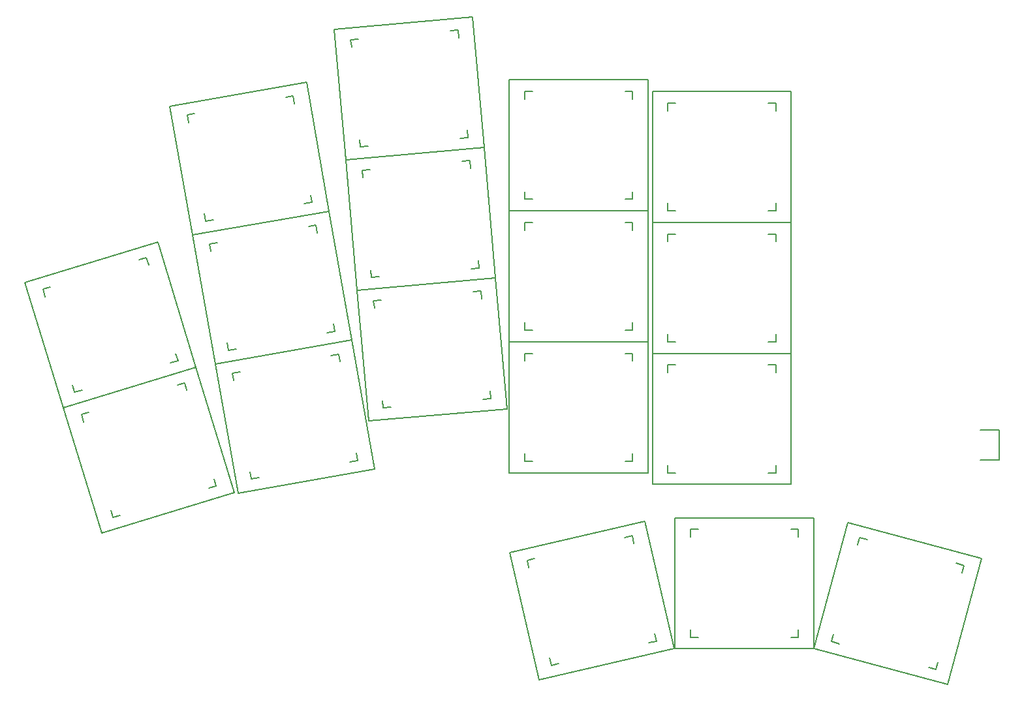
<source format=gbr>
%TF.GenerationSoftware,KiCad,Pcbnew,(6.0.4)*%
%TF.CreationDate,2022-05-26T21:53:47+02:00*%
%TF.ProjectId,batta,62617474-612e-46b6-9963-61645f706362,v1.0.0*%
%TF.SameCoordinates,Original*%
%TF.FileFunction,OtherDrawing,Comment*%
%FSLAX46Y46*%
G04 Gerber Fmt 4.6, Leading zero omitted, Abs format (unit mm)*
G04 Created by KiCad (PCBNEW (6.0.4)) date 2022-05-26 21:53:47*
%MOMM*%
%LPD*%
G01*
G04 APERTURE LIST*
%ADD10C,0.150000*%
G04 APERTURE END LIST*
D10*
%TO.C,T1*%
X169966000Y65832000D02*
X167466000Y65832000D01*
X167466000Y69732000D02*
X169966000Y69732000D01*
X169966000Y69732000D02*
X169966000Y65832000D01*
%TO.C,S11*%
X67022321Y96843638D02*
X66848673Y97828446D01*
X65313178Y95019131D02*
X62361159Y111760862D01*
X80635981Y100259521D02*
X80809630Y99274713D01*
X78378555Y113062022D02*
X78552203Y112077214D01*
X65576054Y110804595D02*
X64591246Y110630947D01*
X78378555Y113062022D02*
X77393747Y112888373D01*
X62361159Y111760861D02*
X80087697Y114886529D01*
X67022322Y96843638D02*
X66848673Y97828446D01*
X64764895Y109646138D02*
X64591247Y110630946D01*
X79824822Y99101065D02*
X80809630Y99274713D01*
X78378554Y113062021D02*
X78552203Y112077213D01*
X67022322Y96843638D02*
X68007129Y97017286D01*
X83039717Y98144798D02*
X65313179Y95019130D01*
X80635982Y100259520D02*
X80809630Y99274713D01*
X65576055Y110804593D02*
X64591247Y110630946D01*
X78378554Y113062021D02*
X77393747Y112888372D01*
X79824822Y99101065D02*
X80809630Y99274713D01*
X62361159Y111760862D02*
X80087698Y114886529D01*
X80087698Y114886529D02*
X83039717Y98144798D01*
X64764895Y109646139D02*
X64591246Y110630947D01*
X67022321Y96843638D02*
X68007129Y97017287D01*
X80087697Y114886529D02*
X83039717Y98144798D01*
X65313179Y95019130D02*
X62361159Y111760861D01*
X83039717Y98144798D02*
X65313178Y95019131D01*
%TO.C,S15*%
X103130061Y106366224D02*
X104611709Y89430914D01*
X88541860Y89530714D02*
X89538055Y89617870D01*
X85198557Y104797420D02*
X103130061Y106366224D01*
X101268405Y104697620D02*
X100272211Y104610463D01*
X88541860Y89530714D02*
X88454705Y90526909D01*
X88541861Y89530713D02*
X88454705Y90526909D01*
X88317875Y103564593D02*
X87321680Y103477439D01*
X104611709Y89430914D02*
X86680205Y87862110D01*
X103130060Y106366224D02*
X104611709Y89430914D01*
X85198557Y104797419D02*
X103130060Y106366224D01*
X87408836Y102481244D02*
X87321680Y103477439D01*
X87408836Y102481245D02*
X87321680Y103477440D01*
X88541861Y89530713D02*
X89538055Y89617869D01*
X101268406Y104697620D02*
X101355561Y103701425D01*
X86680206Y87862109D02*
X85198557Y104797419D01*
X101492391Y90663739D02*
X102488586Y90750894D01*
X86680205Y87862110D02*
X85198557Y104797420D01*
X102401430Y91747088D02*
X102488586Y90750894D01*
X101492391Y90663739D02*
X102488586Y90750894D01*
X101268406Y104697620D02*
X100272211Y104610464D01*
X101268405Y104697620D02*
X101355562Y103701424D01*
X88317875Y103564595D02*
X87321680Y103477440D01*
X104611709Y89430914D02*
X86680206Y87862109D01*
X102401430Y91747089D02*
X102488586Y90750894D01*
%TO.C,S21*%
X108411088Y82686016D02*
X108411087Y83686017D01*
X124411087Y81186017D02*
X106411088Y81186016D01*
X122411087Y96686017D02*
X121411087Y96686017D01*
X109411087Y96686017D02*
X108411087Y96686017D01*
X122411087Y83686016D02*
X122411087Y82686017D01*
X124411087Y98186017D02*
X124411087Y81186017D01*
X106411088Y81186016D02*
X106411087Y98186016D01*
X106411087Y98186016D02*
X124411086Y98186017D01*
X122411087Y96686017D02*
X122411087Y95686017D01*
X108411087Y82686017D02*
X108411087Y83686017D01*
X122411086Y96686017D02*
X121411087Y96686016D01*
X124411087Y81186017D02*
X106411087Y81186017D01*
X108411088Y82686016D02*
X109411087Y82686016D01*
X108411087Y82686017D02*
X109411087Y82686017D01*
X124411086Y98186017D02*
X124411087Y81186017D01*
X121411087Y82686017D02*
X122411087Y82686017D01*
X109411087Y96686015D02*
X108411087Y96686016D01*
X108411087Y95686016D02*
X108411087Y96686016D01*
X106411087Y98186017D02*
X124411087Y98186017D01*
X122411086Y96686017D02*
X122411087Y95686016D01*
X121411087Y82686017D02*
X122411087Y82686017D01*
X108411087Y95686017D02*
X108411087Y96686017D01*
X122411087Y83686017D02*
X122411087Y82686017D01*
X106411087Y81186017D02*
X106411087Y98186017D01*
%TO.C,S29*%
X126985000Y98178000D02*
X127985000Y98178000D01*
X124985000Y113677999D02*
X142984999Y113678000D01*
X140985000Y99178000D02*
X140985000Y98178000D01*
X140985000Y112178000D02*
X139985000Y112178000D01*
X142984999Y113678000D02*
X142985000Y96678000D01*
X142985000Y96678000D02*
X124985000Y96678000D01*
X140984999Y112178000D02*
X140985000Y111177999D01*
X142985000Y96678000D02*
X124985001Y96677999D01*
X126985001Y98177999D02*
X126985000Y99178000D01*
X124985000Y113678000D02*
X142985000Y113678000D01*
X124985000Y96678000D02*
X124985000Y113678000D01*
X126985001Y98177999D02*
X127985000Y98177999D01*
X139985000Y98178000D02*
X140985000Y98178000D01*
X140984999Y112178000D02*
X139985000Y112177999D01*
X142985000Y113678000D02*
X142985000Y96678000D01*
X126985000Y111178000D02*
X126985000Y112178000D01*
X124985001Y96677999D02*
X124985000Y113677999D01*
X140985000Y112178000D02*
X140985000Y111178000D01*
X126985000Y98178000D02*
X126985000Y99178000D01*
X127985000Y112178000D02*
X126985000Y112178000D01*
X127985000Y112177998D02*
X126985000Y112177999D01*
X140985000Y99177999D02*
X140985000Y98178000D01*
X139985000Y98178000D02*
X140985000Y98178000D01*
X126985000Y111177999D02*
X126985000Y112177999D01*
%TO.C,S33*%
X162007860Y39615710D02*
X161749040Y38649784D01*
X145905999Y41341999D02*
X150305922Y57762738D01*
X152815471Y55537393D02*
X151849546Y55796212D01*
X148226080Y42273249D02*
X148484898Y43239176D01*
X165372507Y52172745D02*
X164406581Y52431565D01*
X165372506Y52172746D02*
X164406581Y52431564D01*
X163292664Y36683257D02*
X145905999Y41341999D01*
X150305922Y57762738D02*
X167692586Y53103996D01*
X148226079Y42273251D02*
X149192005Y42014431D01*
X160783115Y38908603D02*
X161749040Y38649784D01*
X165372507Y52172745D02*
X165113688Y51206820D01*
X162007859Y39615709D02*
X161749040Y38649784D01*
X151590726Y54830286D02*
X151849546Y55796212D01*
X152815471Y55537391D02*
X151849545Y55796211D01*
X165372506Y52172746D02*
X165113688Y51206819D01*
X167692587Y53103996D02*
X163292664Y36683257D01*
X163292664Y36683257D02*
X145905999Y41342000D01*
X151590726Y54830285D02*
X151849545Y55796211D01*
X167692586Y53103996D02*
X163292664Y36683257D01*
X160783115Y38908603D02*
X161749040Y38649784D01*
X148226079Y42273251D02*
X148484898Y43239176D01*
X150305922Y57762739D02*
X167692587Y53103996D01*
X148226080Y42273249D02*
X149192004Y42014431D01*
X145905999Y41342000D02*
X150305922Y57762739D01*
%TO.C,S7*%
X85991735Y81403065D02*
X88943755Y64661334D01*
X72926359Y63360174D02*
X72752711Y64344982D01*
X68265197Y78277397D02*
X85991735Y81403065D01*
X71217217Y61535666D02*
X68265197Y78277397D01*
X85991736Y81403065D02*
X88943755Y64661334D01*
X84282593Y79578558D02*
X84456241Y78593750D01*
X70668933Y76162674D02*
X70495285Y77147482D01*
X68265197Y78277398D02*
X85991736Y81403065D01*
X84282593Y79578558D02*
X83297785Y79404909D01*
X85728860Y65617601D02*
X86713668Y65791249D01*
X72926360Y63360174D02*
X72752711Y64344982D01*
X70668933Y76162675D02*
X70495284Y77147483D01*
X86540020Y66776056D02*
X86713668Y65791249D01*
X85728860Y65617601D02*
X86713668Y65791249D01*
X71480092Y77321131D02*
X70495284Y77147483D01*
X71480093Y77321129D02*
X70495285Y77147482D01*
X84282592Y79578557D02*
X83297785Y79404908D01*
X86540019Y66776057D02*
X86713668Y65791249D01*
X71217216Y61535667D02*
X68265197Y78277398D01*
X88943755Y64661334D02*
X71217216Y61535667D01*
X88943755Y64661334D02*
X71217217Y61535666D01*
X84282592Y79578557D02*
X84456241Y78593749D01*
X72926359Y63360174D02*
X73911167Y63533823D01*
X72926360Y63360174D02*
X73911167Y63533822D01*
%TO.C,T2*%
X169966000Y65832000D02*
X167466000Y65832000D01*
X169966000Y69732000D02*
X169966000Y65832000D01*
X167466000Y69732000D02*
X169966000Y69732000D01*
%TO.C,S1*%
X111860166Y39201970D02*
X111635214Y40176341D01*
X111860166Y39201970D02*
X112834535Y39426921D01*
X127787513Y41339633D02*
X110248853Y37290513D01*
X111860165Y39201971D02*
X111635214Y40176341D01*
X109685220Y53068103D02*
X108710850Y52843152D01*
X123963344Y57903924D02*
X127787513Y41339633D01*
X124526976Y42126335D02*
X125501346Y42351286D01*
X110248851Y37290514D02*
X106424683Y53854805D01*
X122352031Y55992467D02*
X121377661Y55767516D01*
X125276395Y43325655D02*
X125501346Y42351286D01*
X108935801Y51868782D02*
X108710850Y52843152D01*
X106424684Y53854804D02*
X123963344Y57903924D01*
X110248853Y37290513D02*
X106424684Y53854804D01*
X125276395Y43325656D02*
X125501346Y42351286D01*
X124526976Y42126335D02*
X125501346Y42351286D01*
X106424683Y53854805D02*
X123963345Y57903924D01*
X109685221Y53068101D02*
X108710850Y52843151D01*
X108935801Y51868781D02*
X108710850Y52843151D01*
X122352031Y55992467D02*
X122576982Y55018097D01*
X123963345Y57903924D02*
X127787513Y41339633D01*
X122352030Y55992467D02*
X121377661Y55767515D01*
X127787513Y41339633D02*
X110248851Y37290514D01*
X111860165Y39201971D02*
X112834535Y39426922D01*
X122352030Y55992467D02*
X122576982Y55018096D01*
%TO.C,S5*%
X43571104Y88863441D02*
X60784588Y94126132D01*
X65754908Y77868952D02*
X48541423Y72606261D01*
X59310537Y92106932D02*
X58354233Y91814561D01*
X59310536Y92106932D02*
X58354233Y91814560D01*
X62447436Y78426294D02*
X63403741Y78718666D01*
X63111370Y79674970D02*
X63403741Y78718666D01*
X46214643Y87057423D02*
X45922271Y88013727D01*
X50015476Y74625461D02*
X49723103Y75581767D01*
X48541424Y72606261D02*
X43571104Y88863441D01*
X62447436Y78426294D02*
X63403741Y78718666D01*
X59310537Y92106932D02*
X59602909Y91150627D01*
X46878576Y88306098D02*
X45922271Y88013727D01*
X50015475Y74625462D02*
X49723103Y75581767D01*
X63111370Y79674969D02*
X63403741Y78718666D01*
X59310536Y92106932D02*
X59602909Y91150627D01*
X50015476Y74625461D02*
X50971780Y74917833D01*
X60784588Y94126132D02*
X65754908Y77868952D01*
X43571104Y88863442D02*
X60784589Y94126133D01*
X48541423Y72606261D02*
X43571104Y88863442D01*
X65754908Y77868952D02*
X48541424Y72606261D01*
X46878576Y88306100D02*
X45922271Y88013728D01*
X46214642Y87057424D02*
X45922271Y88013728D01*
X50015475Y74625462D02*
X50971779Y74917833D01*
X60784589Y94126133D02*
X65754908Y77868952D01*
%TO.C,S27*%
X124985000Y96677999D02*
X142984999Y96678000D01*
X142985000Y79678000D02*
X124985000Y79678000D01*
X139985000Y81178000D02*
X140985000Y81178000D01*
X142985000Y79678000D02*
X124985001Y79677999D01*
X126985000Y94177999D02*
X126985000Y95177999D01*
X140985000Y82177999D02*
X140985000Y81178000D01*
X127985000Y95177998D02*
X126985000Y95177999D01*
X140985000Y95178000D02*
X139985000Y95178000D01*
X126985000Y94178000D02*
X126985000Y95178000D01*
X140984999Y95178000D02*
X140985000Y94177999D01*
X140985000Y82178000D02*
X140985000Y81178000D01*
X142984999Y96678000D02*
X142985000Y79678000D01*
X126985000Y81178000D02*
X127985000Y81178000D01*
X139985000Y81178000D02*
X140985000Y81178000D01*
X124985000Y96678000D02*
X142985000Y96678000D01*
X127985000Y95178000D02*
X126985000Y95178000D01*
X140984999Y95178000D02*
X139985000Y95177999D01*
X124985001Y79677999D02*
X124985000Y96677999D01*
X126985001Y81177999D02*
X126985000Y82178000D01*
X142985000Y96678000D02*
X142985000Y79678000D01*
X126985000Y81178000D02*
X126985000Y82178000D01*
X124985000Y79678000D02*
X124985000Y96678000D01*
X140985000Y95178000D02*
X140985000Y94178000D01*
X126985001Y81177999D02*
X127985000Y81177999D01*
%TO.C,S9*%
X81330574Y96320290D02*
X80345766Y96146641D01*
X65313178Y95019129D02*
X83039716Y98144797D01*
X68528073Y94062863D02*
X67543265Y93889215D01*
X82776841Y82359333D02*
X83761649Y82532981D01*
X83039717Y98144797D02*
X85991736Y81403066D01*
X65313178Y95019130D02*
X83039717Y98144797D01*
X67716914Y92904406D02*
X67543266Y93889214D01*
X83039716Y98144797D02*
X85991736Y81403066D01*
X81330573Y96320289D02*
X81504222Y95335481D01*
X81330573Y96320289D02*
X80345766Y96146640D01*
X69974340Y80101906D02*
X69800692Y81086714D01*
X69974340Y80101906D02*
X70959148Y80275555D01*
X67716914Y92904407D02*
X67543265Y93889215D01*
X81330574Y96320290D02*
X81504222Y95335482D01*
X69974341Y80101906D02*
X69800692Y81086714D01*
X82776841Y82359333D02*
X83761649Y82532981D01*
X83588000Y83517789D02*
X83761649Y82532981D01*
X69974341Y80101906D02*
X70959148Y80275554D01*
X68265198Y78277398D02*
X65313178Y95019129D01*
X85991736Y81403066D02*
X68265197Y78277399D01*
X68528074Y94062861D02*
X67543266Y93889214D01*
X85991736Y81403066D02*
X68265198Y78277398D01*
X68265197Y78277399D02*
X65313178Y95019130D01*
X83588001Y83517788D02*
X83761649Y82532981D01*
%TO.C,S13*%
X90023508Y72595404D02*
X89936353Y73591599D01*
X104611709Y89430914D02*
X106093357Y72495604D01*
X102974039Y73728429D02*
X103970234Y73815584D01*
X88161853Y70926800D02*
X86680205Y87862110D01*
X90023508Y72595404D02*
X91019703Y72682560D01*
X88890484Y85545934D02*
X88803328Y86542129D01*
X88890484Y85545935D02*
X88803328Y86542130D01*
X89799523Y86629283D02*
X88803328Y86542129D01*
X102750053Y87762310D02*
X102837210Y86766114D01*
X103883078Y74811779D02*
X103970234Y73815584D01*
X88161854Y70926799D02*
X86680205Y87862109D01*
X86680205Y87862109D02*
X104611708Y89430914D01*
X89799523Y86629285D02*
X88803328Y86542130D01*
X106093357Y72495604D02*
X88161853Y70926800D01*
X102750053Y87762310D02*
X101753859Y87675153D01*
X102750054Y87762310D02*
X101753859Y87675154D01*
X103883078Y74811778D02*
X103970234Y73815584D01*
X86680205Y87862110D02*
X104611709Y89430914D01*
X102750054Y87762310D02*
X102837209Y86766115D01*
X104611708Y89430914D02*
X106093357Y72495604D01*
X106093357Y72495604D02*
X88161854Y70926799D01*
X90023509Y72595403D02*
X89936353Y73591599D01*
X90023509Y72595403D02*
X91019703Y72682559D01*
X102974039Y73728429D02*
X103970234Y73815584D01*
%TO.C,S17*%
X103130062Y106366224D02*
X85198558Y104797420D01*
X101648413Y123301534D02*
X103130062Y106366224D01*
X87060213Y106466024D02*
X86973058Y107462219D01*
X83716910Y121732730D02*
X101648414Y123301534D01*
X100919783Y108682399D02*
X101006939Y107686204D01*
X85927189Y119416554D02*
X85840033Y120412749D01*
X100010744Y107599049D02*
X101006939Y107686204D01*
X86836228Y120499903D02*
X85840033Y120412749D01*
X99786759Y121632930D02*
X99873914Y120636735D01*
X85198558Y104797420D02*
X83716910Y121732730D01*
X100919783Y108682398D02*
X101006939Y107686204D01*
X99786758Y121632930D02*
X98790564Y121545773D01*
X87060214Y106466023D02*
X86973058Y107462219D01*
X99786758Y121632930D02*
X99873915Y120636734D01*
X86836228Y120499905D02*
X85840033Y120412750D01*
X100010744Y107599049D02*
X101006939Y107686204D01*
X101648414Y123301534D02*
X103130062Y106366224D01*
X99786759Y121632930D02*
X98790564Y121545774D01*
X87060213Y106466024D02*
X88056408Y106553180D01*
X85927189Y119416555D02*
X85840033Y120412750D01*
X87060214Y106466023D02*
X88056408Y106553179D01*
X83716910Y121732729D02*
X101648413Y123301534D01*
X103130062Y106366224D02*
X85198559Y104797419D01*
X85198559Y104797419D02*
X83716910Y121732729D01*
%TO.C,S31*%
X145905998Y58342001D02*
X145905999Y41342001D01*
X129905999Y55842000D02*
X129905999Y56842000D01*
X143905999Y56842001D02*
X142905999Y56842001D01*
X127905999Y58342001D02*
X145905999Y58342001D01*
X143905999Y43842001D02*
X143905999Y42842001D01*
X127905999Y58342000D02*
X145905998Y58342001D01*
X143905998Y56842001D02*
X143905999Y55842000D01*
X145905999Y41342001D02*
X127906000Y41342000D01*
X129905999Y42842001D02*
X130905999Y42842001D01*
X130905999Y56842001D02*
X129905999Y56842001D01*
X142905999Y42842001D02*
X143905999Y42842001D01*
X130905999Y56841999D02*
X129905999Y56842000D01*
X127906000Y41342000D02*
X127905999Y58342000D01*
X145905999Y58342001D02*
X145905999Y41342001D01*
X129905999Y42842001D02*
X129905999Y43842001D01*
X143905999Y56842001D02*
X143905999Y55842001D01*
X142905999Y42842001D02*
X143905999Y42842001D01*
X143905999Y43842000D02*
X143905999Y42842001D01*
X129906000Y42842000D02*
X129905999Y43842001D01*
X143905998Y56842001D02*
X142905999Y56842000D01*
X127905999Y41342001D02*
X127905999Y58342001D01*
X145905999Y41342001D02*
X127905999Y41342001D01*
X129905999Y55842001D02*
X129905999Y56842001D01*
X129906000Y42842000D02*
X130905999Y42842000D01*
%TO.C,S3*%
X67417755Y62169113D02*
X68374060Y62461485D01*
X51184962Y70800242D02*
X50892590Y71756546D01*
X65754907Y77868951D02*
X70725227Y61611771D01*
X54985795Y58368280D02*
X54693422Y59324586D01*
X64280856Y75849751D02*
X63324552Y75557380D01*
X53511743Y56349080D02*
X48541423Y72606260D01*
X53511742Y56349080D02*
X48541423Y72606261D01*
X48541423Y72606260D02*
X65754907Y77868951D01*
X48541423Y72606261D02*
X65754908Y77868952D01*
X65754908Y77868952D02*
X70725227Y61611771D01*
X51848895Y72048917D02*
X50892590Y71756546D01*
X64280855Y75849751D02*
X63324552Y75557379D01*
X64280856Y75849751D02*
X64573228Y74893446D01*
X54985794Y58368281D02*
X55942098Y58660652D01*
X68081689Y63417789D02*
X68374060Y62461485D01*
X51184961Y70800243D02*
X50892590Y71756547D01*
X64280855Y75849751D02*
X64573228Y74893446D01*
X67417755Y62169113D02*
X68374060Y62461485D01*
X68081689Y63417788D02*
X68374060Y62461485D01*
X54985794Y58368281D02*
X54693422Y59324586D01*
X51848895Y72048919D02*
X50892590Y71756547D01*
X70725227Y61611771D02*
X53511742Y56349080D01*
X54985795Y58368280D02*
X55942099Y58660652D01*
X70725227Y61611771D02*
X53511743Y56349080D01*
%TO.C,S23*%
X108411087Y112686017D02*
X108411087Y113686017D01*
X106411087Y98186017D02*
X106411087Y115186017D01*
X124411087Y98186017D02*
X106411087Y98186017D01*
X124411086Y115186017D02*
X124411087Y98186017D01*
X122411087Y100686017D02*
X122411087Y99686017D01*
X122411087Y113686017D02*
X122411087Y112686017D01*
X124411087Y115186017D02*
X124411087Y98186017D01*
X108411088Y99686016D02*
X108411087Y100686017D01*
X108411087Y99686017D02*
X109411087Y99686017D01*
X121411087Y99686017D02*
X122411087Y99686017D01*
X122411087Y100686016D02*
X122411087Y99686017D01*
X108411088Y99686016D02*
X109411087Y99686016D01*
X109411087Y113686017D02*
X108411087Y113686017D01*
X124411087Y98186017D02*
X106411088Y98186016D01*
X108411087Y112686016D02*
X108411087Y113686016D01*
X122411087Y113686017D02*
X121411087Y113686017D01*
X106411088Y98186016D02*
X106411087Y115186016D01*
X106411087Y115186016D02*
X124411086Y115186017D01*
X121411087Y99686017D02*
X122411087Y99686017D01*
X106411087Y115186017D02*
X124411087Y115186017D01*
X122411086Y113686017D02*
X121411087Y113686016D01*
X109411087Y113686015D02*
X108411087Y113686016D01*
X122411086Y113686017D02*
X122411087Y112686016D01*
X108411087Y99686017D02*
X108411087Y100686017D01*
%TO.C,S25*%
X124985000Y79677999D02*
X142984999Y79678000D01*
X127985000Y78178000D02*
X126985000Y78178000D01*
X140984999Y78178000D02*
X139985000Y78177999D01*
X142985000Y79678000D02*
X142985000Y62678000D01*
X142985000Y62678000D02*
X124985001Y62677999D01*
X126985000Y77177999D02*
X126985000Y78177999D01*
X140984999Y78178000D02*
X140985000Y77177999D01*
X140985000Y78178000D02*
X139985000Y78178000D01*
X139985000Y64178000D02*
X140985000Y64178000D01*
X126985000Y77178000D02*
X126985000Y78178000D01*
X140985000Y65177999D02*
X140985000Y64178000D01*
X142984999Y79678000D02*
X142985000Y62678000D01*
X126985000Y64178000D02*
X127985000Y64178000D01*
X124985001Y62677999D02*
X124985000Y79677999D01*
X139985000Y64178000D02*
X140985000Y64178000D01*
X140985000Y78178000D02*
X140985000Y77178000D01*
X127985000Y78177998D02*
X126985000Y78177999D01*
X140985000Y65178000D02*
X140985000Y64178000D01*
X126985000Y64178000D02*
X126985000Y65178000D01*
X142985000Y62678000D02*
X124985000Y62678000D01*
X124985000Y79678000D02*
X142985000Y79678000D01*
X124985000Y62678000D02*
X124985000Y79678000D01*
X126985001Y64177999D02*
X127985000Y64177999D01*
X126985001Y64177999D02*
X126985000Y65178000D01*
%TO.C,S19*%
X108411087Y78686016D02*
X108411087Y79686016D01*
X124411087Y64186017D02*
X106411088Y64186016D01*
X122411087Y66686017D02*
X122411087Y65686017D01*
X122411087Y79686017D02*
X121411087Y79686017D01*
X106411087Y81186017D02*
X124411087Y81186017D01*
X108411088Y65686016D02*
X108411087Y66686017D01*
X124411087Y81186017D02*
X124411087Y64186017D01*
X106411087Y64186017D02*
X106411087Y81186017D01*
X106411088Y64186016D02*
X106411087Y81186016D01*
X108411087Y65686017D02*
X108411087Y66686017D01*
X124411086Y81186017D02*
X124411087Y64186017D01*
X108411087Y78686017D02*
X108411087Y79686017D01*
X122411086Y79686017D02*
X121411087Y79686016D01*
X109411087Y79686015D02*
X108411087Y79686016D01*
X108411087Y65686017D02*
X109411087Y65686017D01*
X124411087Y64186017D02*
X106411087Y64186017D01*
X108411088Y65686016D02*
X109411087Y65686016D01*
X122411086Y79686017D02*
X122411087Y78686016D01*
X122411087Y66686016D02*
X122411087Y65686017D01*
X106411087Y81186016D02*
X124411086Y81186017D01*
X121411087Y65686017D02*
X122411087Y65686017D01*
X109411087Y79686017D02*
X108411087Y79686017D01*
X121411087Y65686017D02*
X122411087Y65686017D01*
X122411087Y79686017D02*
X122411087Y78686017D01*
%TD*%
M02*

</source>
